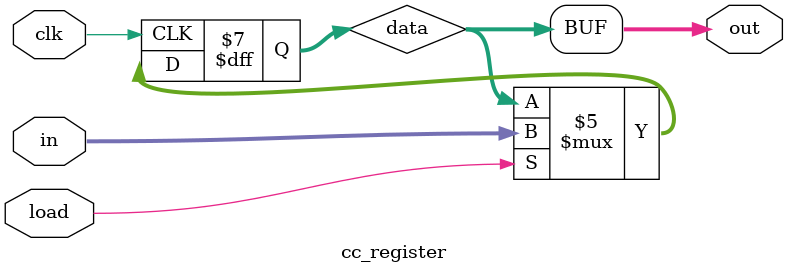
<source format=sv>
module cc_register #(parameter width = 3)
(
    input clk,
    input load,
    input [width-1:0] in,
    output logic [width-1:0] out
);

logic [width-1:0] data;

/* Altera device registers are 0 at power on. Specify this
 * so that Modelsim works as expected.
 */
initial
begin
    data = 3'b111;
end

always_ff @(posedge clk)
begin
    if (load)
    begin
        data = in;
    end
end

always_comb
begin
    out = data;
end

endmodule : cc_register

</source>
